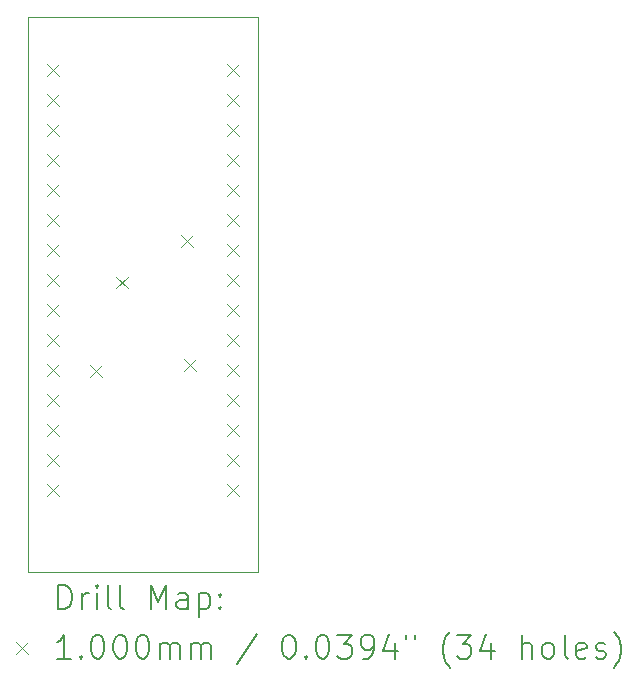
<source format=gbr>
%TF.GenerationSoftware,KiCad,Pcbnew,8.0.1*%
%TF.CreationDate,2024-04-11T09:01:27+02:00*%
%TF.ProjectId,ConditionneurV2,436f6e64-6974-4696-9f6e-6e6575725632,rev?*%
%TF.SameCoordinates,Original*%
%TF.FileFunction,Drillmap*%
%TF.FilePolarity,Positive*%
%FSLAX45Y45*%
G04 Gerber Fmt 4.5, Leading zero omitted, Abs format (unit mm)*
G04 Created by KiCad (PCBNEW 8.0.1) date 2024-04-11 09:01:27*
%MOMM*%
%LPD*%
G01*
G04 APERTURE LIST*
%ADD10C,0.050000*%
%ADD11C,0.200000*%
%ADD12C,0.100000*%
G04 APERTURE END LIST*
D10*
X11150000Y-4950000D02*
X13100000Y-4950000D01*
X13100000Y-9650000D01*
X11150000Y-9650000D01*
X11150000Y-4950000D01*
D11*
D12*
X11315000Y-5351500D02*
X11415000Y-5451500D01*
X11415000Y-5351500D02*
X11315000Y-5451500D01*
X11315000Y-5605500D02*
X11415000Y-5705500D01*
X11415000Y-5605500D02*
X11315000Y-5705500D01*
X11315000Y-5859500D02*
X11415000Y-5959500D01*
X11415000Y-5859500D02*
X11315000Y-5959500D01*
X11315000Y-6113500D02*
X11415000Y-6213500D01*
X11415000Y-6113500D02*
X11315000Y-6213500D01*
X11315000Y-6367500D02*
X11415000Y-6467500D01*
X11415000Y-6367500D02*
X11315000Y-6467500D01*
X11315000Y-6621500D02*
X11415000Y-6721500D01*
X11415000Y-6621500D02*
X11315000Y-6721500D01*
X11315000Y-6875500D02*
X11415000Y-6975500D01*
X11415000Y-6875500D02*
X11315000Y-6975500D01*
X11315000Y-7129500D02*
X11415000Y-7229500D01*
X11415000Y-7129500D02*
X11315000Y-7229500D01*
X11315000Y-7383500D02*
X11415000Y-7483500D01*
X11415000Y-7383500D02*
X11315000Y-7483500D01*
X11315000Y-7637500D02*
X11415000Y-7737500D01*
X11415000Y-7637500D02*
X11315000Y-7737500D01*
X11315000Y-7891500D02*
X11415000Y-7991500D01*
X11415000Y-7891500D02*
X11315000Y-7991500D01*
X11315000Y-8145500D02*
X11415000Y-8245500D01*
X11415000Y-8145500D02*
X11315000Y-8245500D01*
X11315000Y-8399500D02*
X11415000Y-8499500D01*
X11415000Y-8399500D02*
X11315000Y-8499500D01*
X11315000Y-8653500D02*
X11415000Y-8753500D01*
X11415000Y-8653500D02*
X11315000Y-8753500D01*
X11315000Y-8907500D02*
X11415000Y-9007500D01*
X11415000Y-8907500D02*
X11315000Y-9007500D01*
X11675000Y-7900000D02*
X11775000Y-8000000D01*
X11775000Y-7900000D02*
X11675000Y-8000000D01*
X11900000Y-7150000D02*
X12000000Y-7250000D01*
X12000000Y-7150000D02*
X11900000Y-7250000D01*
X12450000Y-6800000D02*
X12550000Y-6900000D01*
X12550000Y-6800000D02*
X12450000Y-6900000D01*
X12475000Y-7850000D02*
X12575000Y-7950000D01*
X12575000Y-7850000D02*
X12475000Y-7950000D01*
X12839000Y-5351500D02*
X12939000Y-5451500D01*
X12939000Y-5351500D02*
X12839000Y-5451500D01*
X12839000Y-5605500D02*
X12939000Y-5705500D01*
X12939000Y-5605500D02*
X12839000Y-5705500D01*
X12839000Y-5859500D02*
X12939000Y-5959500D01*
X12939000Y-5859500D02*
X12839000Y-5959500D01*
X12839000Y-6113500D02*
X12939000Y-6213500D01*
X12939000Y-6113500D02*
X12839000Y-6213500D01*
X12839000Y-6367500D02*
X12939000Y-6467500D01*
X12939000Y-6367500D02*
X12839000Y-6467500D01*
X12839000Y-6621500D02*
X12939000Y-6721500D01*
X12939000Y-6621500D02*
X12839000Y-6721500D01*
X12839000Y-6875500D02*
X12939000Y-6975500D01*
X12939000Y-6875500D02*
X12839000Y-6975500D01*
X12839000Y-7129500D02*
X12939000Y-7229500D01*
X12939000Y-7129500D02*
X12839000Y-7229500D01*
X12839000Y-7383500D02*
X12939000Y-7483500D01*
X12939000Y-7383500D02*
X12839000Y-7483500D01*
X12839000Y-7637500D02*
X12939000Y-7737500D01*
X12939000Y-7637500D02*
X12839000Y-7737500D01*
X12839000Y-7891500D02*
X12939000Y-7991500D01*
X12939000Y-7891500D02*
X12839000Y-7991500D01*
X12839000Y-8145500D02*
X12939000Y-8245500D01*
X12939000Y-8145500D02*
X12839000Y-8245500D01*
X12839000Y-8399500D02*
X12939000Y-8499500D01*
X12939000Y-8399500D02*
X12839000Y-8499500D01*
X12839000Y-8653500D02*
X12939000Y-8753500D01*
X12939000Y-8653500D02*
X12839000Y-8753500D01*
X12839000Y-8907500D02*
X12939000Y-9007500D01*
X12939000Y-8907500D02*
X12839000Y-9007500D01*
D11*
X11408277Y-9963984D02*
X11408277Y-9763984D01*
X11408277Y-9763984D02*
X11455896Y-9763984D01*
X11455896Y-9763984D02*
X11484467Y-9773508D01*
X11484467Y-9773508D02*
X11503515Y-9792555D01*
X11503515Y-9792555D02*
X11513039Y-9811603D01*
X11513039Y-9811603D02*
X11522562Y-9849698D01*
X11522562Y-9849698D02*
X11522562Y-9878270D01*
X11522562Y-9878270D02*
X11513039Y-9916365D01*
X11513039Y-9916365D02*
X11503515Y-9935412D01*
X11503515Y-9935412D02*
X11484467Y-9954460D01*
X11484467Y-9954460D02*
X11455896Y-9963984D01*
X11455896Y-9963984D02*
X11408277Y-9963984D01*
X11608277Y-9963984D02*
X11608277Y-9830650D01*
X11608277Y-9868746D02*
X11617801Y-9849698D01*
X11617801Y-9849698D02*
X11627324Y-9840174D01*
X11627324Y-9840174D02*
X11646372Y-9830650D01*
X11646372Y-9830650D02*
X11665420Y-9830650D01*
X11732086Y-9963984D02*
X11732086Y-9830650D01*
X11732086Y-9763984D02*
X11722562Y-9773508D01*
X11722562Y-9773508D02*
X11732086Y-9783031D01*
X11732086Y-9783031D02*
X11741610Y-9773508D01*
X11741610Y-9773508D02*
X11732086Y-9763984D01*
X11732086Y-9763984D02*
X11732086Y-9783031D01*
X11855896Y-9963984D02*
X11836848Y-9954460D01*
X11836848Y-9954460D02*
X11827324Y-9935412D01*
X11827324Y-9935412D02*
X11827324Y-9763984D01*
X11960658Y-9963984D02*
X11941610Y-9954460D01*
X11941610Y-9954460D02*
X11932086Y-9935412D01*
X11932086Y-9935412D02*
X11932086Y-9763984D01*
X12189229Y-9963984D02*
X12189229Y-9763984D01*
X12189229Y-9763984D02*
X12255896Y-9906841D01*
X12255896Y-9906841D02*
X12322562Y-9763984D01*
X12322562Y-9763984D02*
X12322562Y-9963984D01*
X12503515Y-9963984D02*
X12503515Y-9859222D01*
X12503515Y-9859222D02*
X12493991Y-9840174D01*
X12493991Y-9840174D02*
X12474943Y-9830650D01*
X12474943Y-9830650D02*
X12436848Y-9830650D01*
X12436848Y-9830650D02*
X12417801Y-9840174D01*
X12503515Y-9954460D02*
X12484467Y-9963984D01*
X12484467Y-9963984D02*
X12436848Y-9963984D01*
X12436848Y-9963984D02*
X12417801Y-9954460D01*
X12417801Y-9954460D02*
X12408277Y-9935412D01*
X12408277Y-9935412D02*
X12408277Y-9916365D01*
X12408277Y-9916365D02*
X12417801Y-9897317D01*
X12417801Y-9897317D02*
X12436848Y-9887793D01*
X12436848Y-9887793D02*
X12484467Y-9887793D01*
X12484467Y-9887793D02*
X12503515Y-9878270D01*
X12598753Y-9830650D02*
X12598753Y-10030650D01*
X12598753Y-9840174D02*
X12617801Y-9830650D01*
X12617801Y-9830650D02*
X12655896Y-9830650D01*
X12655896Y-9830650D02*
X12674943Y-9840174D01*
X12674943Y-9840174D02*
X12684467Y-9849698D01*
X12684467Y-9849698D02*
X12693991Y-9868746D01*
X12693991Y-9868746D02*
X12693991Y-9925889D01*
X12693991Y-9925889D02*
X12684467Y-9944936D01*
X12684467Y-9944936D02*
X12674943Y-9954460D01*
X12674943Y-9954460D02*
X12655896Y-9963984D01*
X12655896Y-9963984D02*
X12617801Y-9963984D01*
X12617801Y-9963984D02*
X12598753Y-9954460D01*
X12779705Y-9944936D02*
X12789229Y-9954460D01*
X12789229Y-9954460D02*
X12779705Y-9963984D01*
X12779705Y-9963984D02*
X12770182Y-9954460D01*
X12770182Y-9954460D02*
X12779705Y-9944936D01*
X12779705Y-9944936D02*
X12779705Y-9963984D01*
X12779705Y-9840174D02*
X12789229Y-9849698D01*
X12789229Y-9849698D02*
X12779705Y-9859222D01*
X12779705Y-9859222D02*
X12770182Y-9849698D01*
X12770182Y-9849698D02*
X12779705Y-9840174D01*
X12779705Y-9840174D02*
X12779705Y-9859222D01*
D12*
X11047500Y-10242500D02*
X11147500Y-10342500D01*
X11147500Y-10242500D02*
X11047500Y-10342500D01*
D11*
X11513039Y-10383984D02*
X11398753Y-10383984D01*
X11455896Y-10383984D02*
X11455896Y-10183984D01*
X11455896Y-10183984D02*
X11436848Y-10212555D01*
X11436848Y-10212555D02*
X11417801Y-10231603D01*
X11417801Y-10231603D02*
X11398753Y-10241127D01*
X11598753Y-10364936D02*
X11608277Y-10374460D01*
X11608277Y-10374460D02*
X11598753Y-10383984D01*
X11598753Y-10383984D02*
X11589229Y-10374460D01*
X11589229Y-10374460D02*
X11598753Y-10364936D01*
X11598753Y-10364936D02*
X11598753Y-10383984D01*
X11732086Y-10183984D02*
X11751134Y-10183984D01*
X11751134Y-10183984D02*
X11770182Y-10193508D01*
X11770182Y-10193508D02*
X11779705Y-10203031D01*
X11779705Y-10203031D02*
X11789229Y-10222079D01*
X11789229Y-10222079D02*
X11798753Y-10260174D01*
X11798753Y-10260174D02*
X11798753Y-10307793D01*
X11798753Y-10307793D02*
X11789229Y-10345889D01*
X11789229Y-10345889D02*
X11779705Y-10364936D01*
X11779705Y-10364936D02*
X11770182Y-10374460D01*
X11770182Y-10374460D02*
X11751134Y-10383984D01*
X11751134Y-10383984D02*
X11732086Y-10383984D01*
X11732086Y-10383984D02*
X11713039Y-10374460D01*
X11713039Y-10374460D02*
X11703515Y-10364936D01*
X11703515Y-10364936D02*
X11693991Y-10345889D01*
X11693991Y-10345889D02*
X11684467Y-10307793D01*
X11684467Y-10307793D02*
X11684467Y-10260174D01*
X11684467Y-10260174D02*
X11693991Y-10222079D01*
X11693991Y-10222079D02*
X11703515Y-10203031D01*
X11703515Y-10203031D02*
X11713039Y-10193508D01*
X11713039Y-10193508D02*
X11732086Y-10183984D01*
X11922562Y-10183984D02*
X11941610Y-10183984D01*
X11941610Y-10183984D02*
X11960658Y-10193508D01*
X11960658Y-10193508D02*
X11970182Y-10203031D01*
X11970182Y-10203031D02*
X11979705Y-10222079D01*
X11979705Y-10222079D02*
X11989229Y-10260174D01*
X11989229Y-10260174D02*
X11989229Y-10307793D01*
X11989229Y-10307793D02*
X11979705Y-10345889D01*
X11979705Y-10345889D02*
X11970182Y-10364936D01*
X11970182Y-10364936D02*
X11960658Y-10374460D01*
X11960658Y-10374460D02*
X11941610Y-10383984D01*
X11941610Y-10383984D02*
X11922562Y-10383984D01*
X11922562Y-10383984D02*
X11903515Y-10374460D01*
X11903515Y-10374460D02*
X11893991Y-10364936D01*
X11893991Y-10364936D02*
X11884467Y-10345889D01*
X11884467Y-10345889D02*
X11874943Y-10307793D01*
X11874943Y-10307793D02*
X11874943Y-10260174D01*
X11874943Y-10260174D02*
X11884467Y-10222079D01*
X11884467Y-10222079D02*
X11893991Y-10203031D01*
X11893991Y-10203031D02*
X11903515Y-10193508D01*
X11903515Y-10193508D02*
X11922562Y-10183984D01*
X12113039Y-10183984D02*
X12132086Y-10183984D01*
X12132086Y-10183984D02*
X12151134Y-10193508D01*
X12151134Y-10193508D02*
X12160658Y-10203031D01*
X12160658Y-10203031D02*
X12170182Y-10222079D01*
X12170182Y-10222079D02*
X12179705Y-10260174D01*
X12179705Y-10260174D02*
X12179705Y-10307793D01*
X12179705Y-10307793D02*
X12170182Y-10345889D01*
X12170182Y-10345889D02*
X12160658Y-10364936D01*
X12160658Y-10364936D02*
X12151134Y-10374460D01*
X12151134Y-10374460D02*
X12132086Y-10383984D01*
X12132086Y-10383984D02*
X12113039Y-10383984D01*
X12113039Y-10383984D02*
X12093991Y-10374460D01*
X12093991Y-10374460D02*
X12084467Y-10364936D01*
X12084467Y-10364936D02*
X12074943Y-10345889D01*
X12074943Y-10345889D02*
X12065420Y-10307793D01*
X12065420Y-10307793D02*
X12065420Y-10260174D01*
X12065420Y-10260174D02*
X12074943Y-10222079D01*
X12074943Y-10222079D02*
X12084467Y-10203031D01*
X12084467Y-10203031D02*
X12093991Y-10193508D01*
X12093991Y-10193508D02*
X12113039Y-10183984D01*
X12265420Y-10383984D02*
X12265420Y-10250650D01*
X12265420Y-10269698D02*
X12274943Y-10260174D01*
X12274943Y-10260174D02*
X12293991Y-10250650D01*
X12293991Y-10250650D02*
X12322563Y-10250650D01*
X12322563Y-10250650D02*
X12341610Y-10260174D01*
X12341610Y-10260174D02*
X12351134Y-10279222D01*
X12351134Y-10279222D02*
X12351134Y-10383984D01*
X12351134Y-10279222D02*
X12360658Y-10260174D01*
X12360658Y-10260174D02*
X12379705Y-10250650D01*
X12379705Y-10250650D02*
X12408277Y-10250650D01*
X12408277Y-10250650D02*
X12427324Y-10260174D01*
X12427324Y-10260174D02*
X12436848Y-10279222D01*
X12436848Y-10279222D02*
X12436848Y-10383984D01*
X12532086Y-10383984D02*
X12532086Y-10250650D01*
X12532086Y-10269698D02*
X12541610Y-10260174D01*
X12541610Y-10260174D02*
X12560658Y-10250650D01*
X12560658Y-10250650D02*
X12589229Y-10250650D01*
X12589229Y-10250650D02*
X12608277Y-10260174D01*
X12608277Y-10260174D02*
X12617801Y-10279222D01*
X12617801Y-10279222D02*
X12617801Y-10383984D01*
X12617801Y-10279222D02*
X12627324Y-10260174D01*
X12627324Y-10260174D02*
X12646372Y-10250650D01*
X12646372Y-10250650D02*
X12674943Y-10250650D01*
X12674943Y-10250650D02*
X12693991Y-10260174D01*
X12693991Y-10260174D02*
X12703515Y-10279222D01*
X12703515Y-10279222D02*
X12703515Y-10383984D01*
X13093991Y-10174460D02*
X12922563Y-10431603D01*
X13351134Y-10183984D02*
X13370182Y-10183984D01*
X13370182Y-10183984D02*
X13389229Y-10193508D01*
X13389229Y-10193508D02*
X13398753Y-10203031D01*
X13398753Y-10203031D02*
X13408277Y-10222079D01*
X13408277Y-10222079D02*
X13417801Y-10260174D01*
X13417801Y-10260174D02*
X13417801Y-10307793D01*
X13417801Y-10307793D02*
X13408277Y-10345889D01*
X13408277Y-10345889D02*
X13398753Y-10364936D01*
X13398753Y-10364936D02*
X13389229Y-10374460D01*
X13389229Y-10374460D02*
X13370182Y-10383984D01*
X13370182Y-10383984D02*
X13351134Y-10383984D01*
X13351134Y-10383984D02*
X13332086Y-10374460D01*
X13332086Y-10374460D02*
X13322563Y-10364936D01*
X13322563Y-10364936D02*
X13313039Y-10345889D01*
X13313039Y-10345889D02*
X13303515Y-10307793D01*
X13303515Y-10307793D02*
X13303515Y-10260174D01*
X13303515Y-10260174D02*
X13313039Y-10222079D01*
X13313039Y-10222079D02*
X13322563Y-10203031D01*
X13322563Y-10203031D02*
X13332086Y-10193508D01*
X13332086Y-10193508D02*
X13351134Y-10183984D01*
X13503515Y-10364936D02*
X13513039Y-10374460D01*
X13513039Y-10374460D02*
X13503515Y-10383984D01*
X13503515Y-10383984D02*
X13493991Y-10374460D01*
X13493991Y-10374460D02*
X13503515Y-10364936D01*
X13503515Y-10364936D02*
X13503515Y-10383984D01*
X13636848Y-10183984D02*
X13655896Y-10183984D01*
X13655896Y-10183984D02*
X13674944Y-10193508D01*
X13674944Y-10193508D02*
X13684467Y-10203031D01*
X13684467Y-10203031D02*
X13693991Y-10222079D01*
X13693991Y-10222079D02*
X13703515Y-10260174D01*
X13703515Y-10260174D02*
X13703515Y-10307793D01*
X13703515Y-10307793D02*
X13693991Y-10345889D01*
X13693991Y-10345889D02*
X13684467Y-10364936D01*
X13684467Y-10364936D02*
X13674944Y-10374460D01*
X13674944Y-10374460D02*
X13655896Y-10383984D01*
X13655896Y-10383984D02*
X13636848Y-10383984D01*
X13636848Y-10383984D02*
X13617801Y-10374460D01*
X13617801Y-10374460D02*
X13608277Y-10364936D01*
X13608277Y-10364936D02*
X13598753Y-10345889D01*
X13598753Y-10345889D02*
X13589229Y-10307793D01*
X13589229Y-10307793D02*
X13589229Y-10260174D01*
X13589229Y-10260174D02*
X13598753Y-10222079D01*
X13598753Y-10222079D02*
X13608277Y-10203031D01*
X13608277Y-10203031D02*
X13617801Y-10193508D01*
X13617801Y-10193508D02*
X13636848Y-10183984D01*
X13770182Y-10183984D02*
X13893991Y-10183984D01*
X13893991Y-10183984D02*
X13827325Y-10260174D01*
X13827325Y-10260174D02*
X13855896Y-10260174D01*
X13855896Y-10260174D02*
X13874944Y-10269698D01*
X13874944Y-10269698D02*
X13884467Y-10279222D01*
X13884467Y-10279222D02*
X13893991Y-10298270D01*
X13893991Y-10298270D02*
X13893991Y-10345889D01*
X13893991Y-10345889D02*
X13884467Y-10364936D01*
X13884467Y-10364936D02*
X13874944Y-10374460D01*
X13874944Y-10374460D02*
X13855896Y-10383984D01*
X13855896Y-10383984D02*
X13798753Y-10383984D01*
X13798753Y-10383984D02*
X13779706Y-10374460D01*
X13779706Y-10374460D02*
X13770182Y-10364936D01*
X13989229Y-10383984D02*
X14027325Y-10383984D01*
X14027325Y-10383984D02*
X14046372Y-10374460D01*
X14046372Y-10374460D02*
X14055896Y-10364936D01*
X14055896Y-10364936D02*
X14074944Y-10336365D01*
X14074944Y-10336365D02*
X14084467Y-10298270D01*
X14084467Y-10298270D02*
X14084467Y-10222079D01*
X14084467Y-10222079D02*
X14074944Y-10203031D01*
X14074944Y-10203031D02*
X14065420Y-10193508D01*
X14065420Y-10193508D02*
X14046372Y-10183984D01*
X14046372Y-10183984D02*
X14008277Y-10183984D01*
X14008277Y-10183984D02*
X13989229Y-10193508D01*
X13989229Y-10193508D02*
X13979706Y-10203031D01*
X13979706Y-10203031D02*
X13970182Y-10222079D01*
X13970182Y-10222079D02*
X13970182Y-10269698D01*
X13970182Y-10269698D02*
X13979706Y-10288746D01*
X13979706Y-10288746D02*
X13989229Y-10298270D01*
X13989229Y-10298270D02*
X14008277Y-10307793D01*
X14008277Y-10307793D02*
X14046372Y-10307793D01*
X14046372Y-10307793D02*
X14065420Y-10298270D01*
X14065420Y-10298270D02*
X14074944Y-10288746D01*
X14074944Y-10288746D02*
X14084467Y-10269698D01*
X14255896Y-10250650D02*
X14255896Y-10383984D01*
X14208277Y-10174460D02*
X14160658Y-10317317D01*
X14160658Y-10317317D02*
X14284467Y-10317317D01*
X14351134Y-10183984D02*
X14351134Y-10222079D01*
X14427325Y-10183984D02*
X14427325Y-10222079D01*
X14722563Y-10460174D02*
X14713039Y-10450650D01*
X14713039Y-10450650D02*
X14693991Y-10422079D01*
X14693991Y-10422079D02*
X14684468Y-10403031D01*
X14684468Y-10403031D02*
X14674944Y-10374460D01*
X14674944Y-10374460D02*
X14665420Y-10326841D01*
X14665420Y-10326841D02*
X14665420Y-10288746D01*
X14665420Y-10288746D02*
X14674944Y-10241127D01*
X14674944Y-10241127D02*
X14684468Y-10212555D01*
X14684468Y-10212555D02*
X14693991Y-10193508D01*
X14693991Y-10193508D02*
X14713039Y-10164936D01*
X14713039Y-10164936D02*
X14722563Y-10155412D01*
X14779706Y-10183984D02*
X14903515Y-10183984D01*
X14903515Y-10183984D02*
X14836848Y-10260174D01*
X14836848Y-10260174D02*
X14865420Y-10260174D01*
X14865420Y-10260174D02*
X14884468Y-10269698D01*
X14884468Y-10269698D02*
X14893991Y-10279222D01*
X14893991Y-10279222D02*
X14903515Y-10298270D01*
X14903515Y-10298270D02*
X14903515Y-10345889D01*
X14903515Y-10345889D02*
X14893991Y-10364936D01*
X14893991Y-10364936D02*
X14884468Y-10374460D01*
X14884468Y-10374460D02*
X14865420Y-10383984D01*
X14865420Y-10383984D02*
X14808277Y-10383984D01*
X14808277Y-10383984D02*
X14789229Y-10374460D01*
X14789229Y-10374460D02*
X14779706Y-10364936D01*
X15074944Y-10250650D02*
X15074944Y-10383984D01*
X15027325Y-10174460D02*
X14979706Y-10317317D01*
X14979706Y-10317317D02*
X15103515Y-10317317D01*
X15332087Y-10383984D02*
X15332087Y-10183984D01*
X15417801Y-10383984D02*
X15417801Y-10279222D01*
X15417801Y-10279222D02*
X15408277Y-10260174D01*
X15408277Y-10260174D02*
X15389230Y-10250650D01*
X15389230Y-10250650D02*
X15360658Y-10250650D01*
X15360658Y-10250650D02*
X15341610Y-10260174D01*
X15341610Y-10260174D02*
X15332087Y-10269698D01*
X15541610Y-10383984D02*
X15522563Y-10374460D01*
X15522563Y-10374460D02*
X15513039Y-10364936D01*
X15513039Y-10364936D02*
X15503515Y-10345889D01*
X15503515Y-10345889D02*
X15503515Y-10288746D01*
X15503515Y-10288746D02*
X15513039Y-10269698D01*
X15513039Y-10269698D02*
X15522563Y-10260174D01*
X15522563Y-10260174D02*
X15541610Y-10250650D01*
X15541610Y-10250650D02*
X15570182Y-10250650D01*
X15570182Y-10250650D02*
X15589230Y-10260174D01*
X15589230Y-10260174D02*
X15598753Y-10269698D01*
X15598753Y-10269698D02*
X15608277Y-10288746D01*
X15608277Y-10288746D02*
X15608277Y-10345889D01*
X15608277Y-10345889D02*
X15598753Y-10364936D01*
X15598753Y-10364936D02*
X15589230Y-10374460D01*
X15589230Y-10374460D02*
X15570182Y-10383984D01*
X15570182Y-10383984D02*
X15541610Y-10383984D01*
X15722563Y-10383984D02*
X15703515Y-10374460D01*
X15703515Y-10374460D02*
X15693991Y-10355412D01*
X15693991Y-10355412D02*
X15693991Y-10183984D01*
X15874944Y-10374460D02*
X15855896Y-10383984D01*
X15855896Y-10383984D02*
X15817801Y-10383984D01*
X15817801Y-10383984D02*
X15798753Y-10374460D01*
X15798753Y-10374460D02*
X15789230Y-10355412D01*
X15789230Y-10355412D02*
X15789230Y-10279222D01*
X15789230Y-10279222D02*
X15798753Y-10260174D01*
X15798753Y-10260174D02*
X15817801Y-10250650D01*
X15817801Y-10250650D02*
X15855896Y-10250650D01*
X15855896Y-10250650D02*
X15874944Y-10260174D01*
X15874944Y-10260174D02*
X15884468Y-10279222D01*
X15884468Y-10279222D02*
X15884468Y-10298270D01*
X15884468Y-10298270D02*
X15789230Y-10317317D01*
X15960658Y-10374460D02*
X15979706Y-10383984D01*
X15979706Y-10383984D02*
X16017801Y-10383984D01*
X16017801Y-10383984D02*
X16036849Y-10374460D01*
X16036849Y-10374460D02*
X16046372Y-10355412D01*
X16046372Y-10355412D02*
X16046372Y-10345889D01*
X16046372Y-10345889D02*
X16036849Y-10326841D01*
X16036849Y-10326841D02*
X16017801Y-10317317D01*
X16017801Y-10317317D02*
X15989230Y-10317317D01*
X15989230Y-10317317D02*
X15970182Y-10307793D01*
X15970182Y-10307793D02*
X15960658Y-10288746D01*
X15960658Y-10288746D02*
X15960658Y-10279222D01*
X15960658Y-10279222D02*
X15970182Y-10260174D01*
X15970182Y-10260174D02*
X15989230Y-10250650D01*
X15989230Y-10250650D02*
X16017801Y-10250650D01*
X16017801Y-10250650D02*
X16036849Y-10260174D01*
X16113039Y-10460174D02*
X16122563Y-10450650D01*
X16122563Y-10450650D02*
X16141611Y-10422079D01*
X16141611Y-10422079D02*
X16151134Y-10403031D01*
X16151134Y-10403031D02*
X16160658Y-10374460D01*
X16160658Y-10374460D02*
X16170182Y-10326841D01*
X16170182Y-10326841D02*
X16170182Y-10288746D01*
X16170182Y-10288746D02*
X16160658Y-10241127D01*
X16160658Y-10241127D02*
X16151134Y-10212555D01*
X16151134Y-10212555D02*
X16141611Y-10193508D01*
X16141611Y-10193508D02*
X16122563Y-10164936D01*
X16122563Y-10164936D02*
X16113039Y-10155412D01*
M02*

</source>
